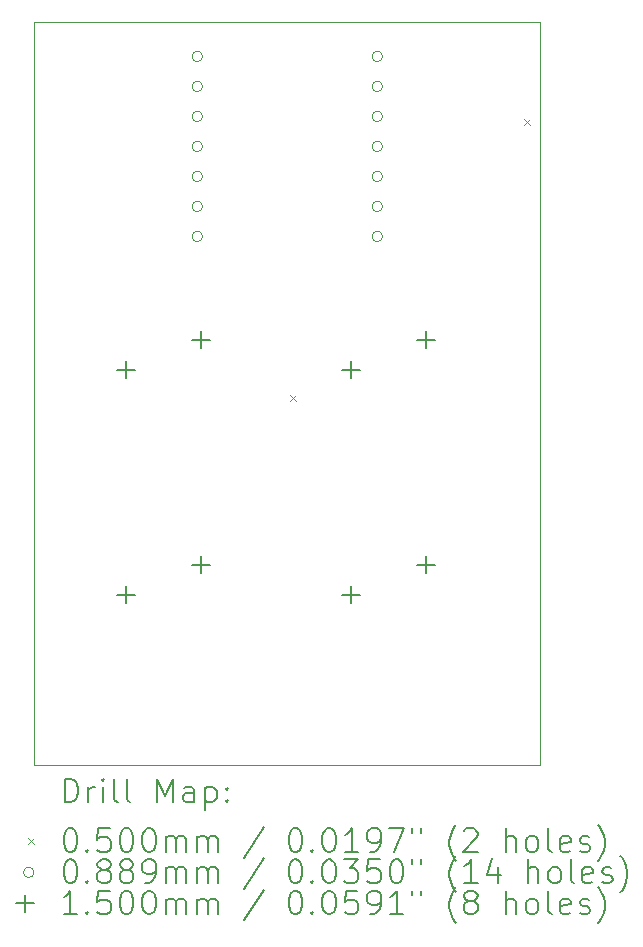
<source format=gbr>
%TF.GenerationSoftware,KiCad,Pcbnew,8.0.7*%
%TF.CreationDate,2025-05-21T00:02:21-04:00*%
%TF.ProjectId,macropad,6d616372-6f70-4616-942e-6b696361645f,rev?*%
%TF.SameCoordinates,Original*%
%TF.FileFunction,Drillmap*%
%TF.FilePolarity,Positive*%
%FSLAX45Y45*%
G04 Gerber Fmt 4.5, Leading zero omitted, Abs format (unit mm)*
G04 Created by KiCad (PCBNEW 8.0.7) date 2025-05-21 00:02:21*
%MOMM*%
%LPD*%
G01*
G04 APERTURE LIST*
%ADD10C,0.050000*%
%ADD11C,0.200000*%
%ADD12C,0.100000*%
%ADD13C,0.150000*%
G04 APERTURE END LIST*
D10*
X17797125Y-9619250D02*
X22083375Y-9619250D01*
X22083375Y-15908625D01*
X17797125Y-15908625D01*
X17797125Y-9619250D01*
D11*
D12*
X19965000Y-12775000D02*
X20015000Y-12825000D01*
X20015000Y-12775000D02*
X19965000Y-12825000D01*
X21945000Y-10435000D02*
X21995000Y-10485000D01*
X21995000Y-10435000D02*
X21945000Y-10485000D01*
X19222700Y-9907875D02*
G75*
G02*
X19133800Y-9907875I-44450J0D01*
G01*
X19133800Y-9907875D02*
G75*
G02*
X19222700Y-9907875I44450J0D01*
G01*
X19222700Y-10161875D02*
G75*
G02*
X19133800Y-10161875I-44450J0D01*
G01*
X19133800Y-10161875D02*
G75*
G02*
X19222700Y-10161875I44450J0D01*
G01*
X19222700Y-10415875D02*
G75*
G02*
X19133800Y-10415875I-44450J0D01*
G01*
X19133800Y-10415875D02*
G75*
G02*
X19222700Y-10415875I44450J0D01*
G01*
X19222700Y-10669875D02*
G75*
G02*
X19133800Y-10669875I-44450J0D01*
G01*
X19133800Y-10669875D02*
G75*
G02*
X19222700Y-10669875I44450J0D01*
G01*
X19222700Y-10923875D02*
G75*
G02*
X19133800Y-10923875I-44450J0D01*
G01*
X19133800Y-10923875D02*
G75*
G02*
X19222700Y-10923875I44450J0D01*
G01*
X19222700Y-11177875D02*
G75*
G02*
X19133800Y-11177875I-44450J0D01*
G01*
X19133800Y-11177875D02*
G75*
G02*
X19222700Y-11177875I44450J0D01*
G01*
X19222700Y-11431875D02*
G75*
G02*
X19133800Y-11431875I-44450J0D01*
G01*
X19133800Y-11431875D02*
G75*
G02*
X19222700Y-11431875I44450J0D01*
G01*
X20746700Y-9907875D02*
G75*
G02*
X20657800Y-9907875I-44450J0D01*
G01*
X20657800Y-9907875D02*
G75*
G02*
X20746700Y-9907875I44450J0D01*
G01*
X20746700Y-10161875D02*
G75*
G02*
X20657800Y-10161875I-44450J0D01*
G01*
X20657800Y-10161875D02*
G75*
G02*
X20746700Y-10161875I44450J0D01*
G01*
X20746700Y-10415875D02*
G75*
G02*
X20657800Y-10415875I-44450J0D01*
G01*
X20657800Y-10415875D02*
G75*
G02*
X20746700Y-10415875I44450J0D01*
G01*
X20746700Y-10669875D02*
G75*
G02*
X20657800Y-10669875I-44450J0D01*
G01*
X20657800Y-10669875D02*
G75*
G02*
X20746700Y-10669875I44450J0D01*
G01*
X20746700Y-10923875D02*
G75*
G02*
X20657800Y-10923875I-44450J0D01*
G01*
X20657800Y-10923875D02*
G75*
G02*
X20746700Y-10923875I44450J0D01*
G01*
X20746700Y-11177875D02*
G75*
G02*
X20657800Y-11177875I-44450J0D01*
G01*
X20657800Y-11177875D02*
G75*
G02*
X20746700Y-11177875I44450J0D01*
G01*
X20746700Y-11431875D02*
G75*
G02*
X20657800Y-11431875I-44450J0D01*
G01*
X20657800Y-11431875D02*
G75*
G02*
X20746700Y-11431875I44450J0D01*
G01*
D13*
X18575000Y-12484000D02*
X18575000Y-12634000D01*
X18500000Y-12559000D02*
X18650000Y-12559000D01*
X18575000Y-14389000D02*
X18575000Y-14539000D01*
X18500000Y-14464000D02*
X18650000Y-14464000D01*
X19210000Y-12230000D02*
X19210000Y-12380000D01*
X19135000Y-12305000D02*
X19285000Y-12305000D01*
X19210000Y-14135000D02*
X19210000Y-14285000D01*
X19135000Y-14210000D02*
X19285000Y-14210000D01*
X20480000Y-12484000D02*
X20480000Y-12634000D01*
X20405000Y-12559000D02*
X20555000Y-12559000D01*
X20480000Y-14389000D02*
X20480000Y-14539000D01*
X20405000Y-14464000D02*
X20555000Y-14464000D01*
X21115000Y-12230000D02*
X21115000Y-12380000D01*
X21040000Y-12305000D02*
X21190000Y-12305000D01*
X21115000Y-14135000D02*
X21115000Y-14285000D01*
X21040000Y-14210000D02*
X21190000Y-14210000D01*
D11*
X18055402Y-16222609D02*
X18055402Y-16022609D01*
X18055402Y-16022609D02*
X18103021Y-16022609D01*
X18103021Y-16022609D02*
X18131592Y-16032133D01*
X18131592Y-16032133D02*
X18150640Y-16051180D01*
X18150640Y-16051180D02*
X18160164Y-16070228D01*
X18160164Y-16070228D02*
X18169688Y-16108323D01*
X18169688Y-16108323D02*
X18169688Y-16136894D01*
X18169688Y-16136894D02*
X18160164Y-16174990D01*
X18160164Y-16174990D02*
X18150640Y-16194037D01*
X18150640Y-16194037D02*
X18131592Y-16213085D01*
X18131592Y-16213085D02*
X18103021Y-16222609D01*
X18103021Y-16222609D02*
X18055402Y-16222609D01*
X18255402Y-16222609D02*
X18255402Y-16089275D01*
X18255402Y-16127371D02*
X18264926Y-16108323D01*
X18264926Y-16108323D02*
X18274449Y-16098799D01*
X18274449Y-16098799D02*
X18293497Y-16089275D01*
X18293497Y-16089275D02*
X18312545Y-16089275D01*
X18379211Y-16222609D02*
X18379211Y-16089275D01*
X18379211Y-16022609D02*
X18369688Y-16032133D01*
X18369688Y-16032133D02*
X18379211Y-16041656D01*
X18379211Y-16041656D02*
X18388735Y-16032133D01*
X18388735Y-16032133D02*
X18379211Y-16022609D01*
X18379211Y-16022609D02*
X18379211Y-16041656D01*
X18503021Y-16222609D02*
X18483973Y-16213085D01*
X18483973Y-16213085D02*
X18474449Y-16194037D01*
X18474449Y-16194037D02*
X18474449Y-16022609D01*
X18607783Y-16222609D02*
X18588735Y-16213085D01*
X18588735Y-16213085D02*
X18579211Y-16194037D01*
X18579211Y-16194037D02*
X18579211Y-16022609D01*
X18836354Y-16222609D02*
X18836354Y-16022609D01*
X18836354Y-16022609D02*
X18903021Y-16165466D01*
X18903021Y-16165466D02*
X18969688Y-16022609D01*
X18969688Y-16022609D02*
X18969688Y-16222609D01*
X19150640Y-16222609D02*
X19150640Y-16117847D01*
X19150640Y-16117847D02*
X19141116Y-16098799D01*
X19141116Y-16098799D02*
X19122069Y-16089275D01*
X19122069Y-16089275D02*
X19083973Y-16089275D01*
X19083973Y-16089275D02*
X19064926Y-16098799D01*
X19150640Y-16213085D02*
X19131592Y-16222609D01*
X19131592Y-16222609D02*
X19083973Y-16222609D01*
X19083973Y-16222609D02*
X19064926Y-16213085D01*
X19064926Y-16213085D02*
X19055402Y-16194037D01*
X19055402Y-16194037D02*
X19055402Y-16174990D01*
X19055402Y-16174990D02*
X19064926Y-16155942D01*
X19064926Y-16155942D02*
X19083973Y-16146418D01*
X19083973Y-16146418D02*
X19131592Y-16146418D01*
X19131592Y-16146418D02*
X19150640Y-16136894D01*
X19245878Y-16089275D02*
X19245878Y-16289275D01*
X19245878Y-16098799D02*
X19264926Y-16089275D01*
X19264926Y-16089275D02*
X19303021Y-16089275D01*
X19303021Y-16089275D02*
X19322069Y-16098799D01*
X19322069Y-16098799D02*
X19331592Y-16108323D01*
X19331592Y-16108323D02*
X19341116Y-16127371D01*
X19341116Y-16127371D02*
X19341116Y-16184513D01*
X19341116Y-16184513D02*
X19331592Y-16203561D01*
X19331592Y-16203561D02*
X19322069Y-16213085D01*
X19322069Y-16213085D02*
X19303021Y-16222609D01*
X19303021Y-16222609D02*
X19264926Y-16222609D01*
X19264926Y-16222609D02*
X19245878Y-16213085D01*
X19426830Y-16203561D02*
X19436354Y-16213085D01*
X19436354Y-16213085D02*
X19426830Y-16222609D01*
X19426830Y-16222609D02*
X19417307Y-16213085D01*
X19417307Y-16213085D02*
X19426830Y-16203561D01*
X19426830Y-16203561D02*
X19426830Y-16222609D01*
X19426830Y-16098799D02*
X19436354Y-16108323D01*
X19436354Y-16108323D02*
X19426830Y-16117847D01*
X19426830Y-16117847D02*
X19417307Y-16108323D01*
X19417307Y-16108323D02*
X19426830Y-16098799D01*
X19426830Y-16098799D02*
X19426830Y-16117847D01*
D12*
X17744625Y-16526125D02*
X17794625Y-16576125D01*
X17794625Y-16526125D02*
X17744625Y-16576125D01*
D11*
X18093497Y-16442609D02*
X18112545Y-16442609D01*
X18112545Y-16442609D02*
X18131592Y-16452133D01*
X18131592Y-16452133D02*
X18141116Y-16461656D01*
X18141116Y-16461656D02*
X18150640Y-16480704D01*
X18150640Y-16480704D02*
X18160164Y-16518799D01*
X18160164Y-16518799D02*
X18160164Y-16566418D01*
X18160164Y-16566418D02*
X18150640Y-16604513D01*
X18150640Y-16604513D02*
X18141116Y-16623561D01*
X18141116Y-16623561D02*
X18131592Y-16633085D01*
X18131592Y-16633085D02*
X18112545Y-16642609D01*
X18112545Y-16642609D02*
X18093497Y-16642609D01*
X18093497Y-16642609D02*
X18074449Y-16633085D01*
X18074449Y-16633085D02*
X18064926Y-16623561D01*
X18064926Y-16623561D02*
X18055402Y-16604513D01*
X18055402Y-16604513D02*
X18045878Y-16566418D01*
X18045878Y-16566418D02*
X18045878Y-16518799D01*
X18045878Y-16518799D02*
X18055402Y-16480704D01*
X18055402Y-16480704D02*
X18064926Y-16461656D01*
X18064926Y-16461656D02*
X18074449Y-16452133D01*
X18074449Y-16452133D02*
X18093497Y-16442609D01*
X18245878Y-16623561D02*
X18255402Y-16633085D01*
X18255402Y-16633085D02*
X18245878Y-16642609D01*
X18245878Y-16642609D02*
X18236354Y-16633085D01*
X18236354Y-16633085D02*
X18245878Y-16623561D01*
X18245878Y-16623561D02*
X18245878Y-16642609D01*
X18436354Y-16442609D02*
X18341116Y-16442609D01*
X18341116Y-16442609D02*
X18331592Y-16537847D01*
X18331592Y-16537847D02*
X18341116Y-16528323D01*
X18341116Y-16528323D02*
X18360164Y-16518799D01*
X18360164Y-16518799D02*
X18407783Y-16518799D01*
X18407783Y-16518799D02*
X18426830Y-16528323D01*
X18426830Y-16528323D02*
X18436354Y-16537847D01*
X18436354Y-16537847D02*
X18445878Y-16556894D01*
X18445878Y-16556894D02*
X18445878Y-16604513D01*
X18445878Y-16604513D02*
X18436354Y-16623561D01*
X18436354Y-16623561D02*
X18426830Y-16633085D01*
X18426830Y-16633085D02*
X18407783Y-16642609D01*
X18407783Y-16642609D02*
X18360164Y-16642609D01*
X18360164Y-16642609D02*
X18341116Y-16633085D01*
X18341116Y-16633085D02*
X18331592Y-16623561D01*
X18569688Y-16442609D02*
X18588735Y-16442609D01*
X18588735Y-16442609D02*
X18607783Y-16452133D01*
X18607783Y-16452133D02*
X18617307Y-16461656D01*
X18617307Y-16461656D02*
X18626830Y-16480704D01*
X18626830Y-16480704D02*
X18636354Y-16518799D01*
X18636354Y-16518799D02*
X18636354Y-16566418D01*
X18636354Y-16566418D02*
X18626830Y-16604513D01*
X18626830Y-16604513D02*
X18617307Y-16623561D01*
X18617307Y-16623561D02*
X18607783Y-16633085D01*
X18607783Y-16633085D02*
X18588735Y-16642609D01*
X18588735Y-16642609D02*
X18569688Y-16642609D01*
X18569688Y-16642609D02*
X18550640Y-16633085D01*
X18550640Y-16633085D02*
X18541116Y-16623561D01*
X18541116Y-16623561D02*
X18531592Y-16604513D01*
X18531592Y-16604513D02*
X18522069Y-16566418D01*
X18522069Y-16566418D02*
X18522069Y-16518799D01*
X18522069Y-16518799D02*
X18531592Y-16480704D01*
X18531592Y-16480704D02*
X18541116Y-16461656D01*
X18541116Y-16461656D02*
X18550640Y-16452133D01*
X18550640Y-16452133D02*
X18569688Y-16442609D01*
X18760164Y-16442609D02*
X18779211Y-16442609D01*
X18779211Y-16442609D02*
X18798259Y-16452133D01*
X18798259Y-16452133D02*
X18807783Y-16461656D01*
X18807783Y-16461656D02*
X18817307Y-16480704D01*
X18817307Y-16480704D02*
X18826830Y-16518799D01*
X18826830Y-16518799D02*
X18826830Y-16566418D01*
X18826830Y-16566418D02*
X18817307Y-16604513D01*
X18817307Y-16604513D02*
X18807783Y-16623561D01*
X18807783Y-16623561D02*
X18798259Y-16633085D01*
X18798259Y-16633085D02*
X18779211Y-16642609D01*
X18779211Y-16642609D02*
X18760164Y-16642609D01*
X18760164Y-16642609D02*
X18741116Y-16633085D01*
X18741116Y-16633085D02*
X18731592Y-16623561D01*
X18731592Y-16623561D02*
X18722069Y-16604513D01*
X18722069Y-16604513D02*
X18712545Y-16566418D01*
X18712545Y-16566418D02*
X18712545Y-16518799D01*
X18712545Y-16518799D02*
X18722069Y-16480704D01*
X18722069Y-16480704D02*
X18731592Y-16461656D01*
X18731592Y-16461656D02*
X18741116Y-16452133D01*
X18741116Y-16452133D02*
X18760164Y-16442609D01*
X18912545Y-16642609D02*
X18912545Y-16509275D01*
X18912545Y-16528323D02*
X18922069Y-16518799D01*
X18922069Y-16518799D02*
X18941116Y-16509275D01*
X18941116Y-16509275D02*
X18969688Y-16509275D01*
X18969688Y-16509275D02*
X18988735Y-16518799D01*
X18988735Y-16518799D02*
X18998259Y-16537847D01*
X18998259Y-16537847D02*
X18998259Y-16642609D01*
X18998259Y-16537847D02*
X19007783Y-16518799D01*
X19007783Y-16518799D02*
X19026830Y-16509275D01*
X19026830Y-16509275D02*
X19055402Y-16509275D01*
X19055402Y-16509275D02*
X19074450Y-16518799D01*
X19074450Y-16518799D02*
X19083973Y-16537847D01*
X19083973Y-16537847D02*
X19083973Y-16642609D01*
X19179211Y-16642609D02*
X19179211Y-16509275D01*
X19179211Y-16528323D02*
X19188735Y-16518799D01*
X19188735Y-16518799D02*
X19207783Y-16509275D01*
X19207783Y-16509275D02*
X19236354Y-16509275D01*
X19236354Y-16509275D02*
X19255402Y-16518799D01*
X19255402Y-16518799D02*
X19264926Y-16537847D01*
X19264926Y-16537847D02*
X19264926Y-16642609D01*
X19264926Y-16537847D02*
X19274450Y-16518799D01*
X19274450Y-16518799D02*
X19293497Y-16509275D01*
X19293497Y-16509275D02*
X19322069Y-16509275D01*
X19322069Y-16509275D02*
X19341116Y-16518799D01*
X19341116Y-16518799D02*
X19350640Y-16537847D01*
X19350640Y-16537847D02*
X19350640Y-16642609D01*
X19741116Y-16433085D02*
X19569688Y-16690228D01*
X19998259Y-16442609D02*
X20017307Y-16442609D01*
X20017307Y-16442609D02*
X20036354Y-16452133D01*
X20036354Y-16452133D02*
X20045878Y-16461656D01*
X20045878Y-16461656D02*
X20055402Y-16480704D01*
X20055402Y-16480704D02*
X20064926Y-16518799D01*
X20064926Y-16518799D02*
X20064926Y-16566418D01*
X20064926Y-16566418D02*
X20055402Y-16604513D01*
X20055402Y-16604513D02*
X20045878Y-16623561D01*
X20045878Y-16623561D02*
X20036354Y-16633085D01*
X20036354Y-16633085D02*
X20017307Y-16642609D01*
X20017307Y-16642609D02*
X19998259Y-16642609D01*
X19998259Y-16642609D02*
X19979212Y-16633085D01*
X19979212Y-16633085D02*
X19969688Y-16623561D01*
X19969688Y-16623561D02*
X19960164Y-16604513D01*
X19960164Y-16604513D02*
X19950640Y-16566418D01*
X19950640Y-16566418D02*
X19950640Y-16518799D01*
X19950640Y-16518799D02*
X19960164Y-16480704D01*
X19960164Y-16480704D02*
X19969688Y-16461656D01*
X19969688Y-16461656D02*
X19979212Y-16452133D01*
X19979212Y-16452133D02*
X19998259Y-16442609D01*
X20150640Y-16623561D02*
X20160164Y-16633085D01*
X20160164Y-16633085D02*
X20150640Y-16642609D01*
X20150640Y-16642609D02*
X20141116Y-16633085D01*
X20141116Y-16633085D02*
X20150640Y-16623561D01*
X20150640Y-16623561D02*
X20150640Y-16642609D01*
X20283973Y-16442609D02*
X20303021Y-16442609D01*
X20303021Y-16442609D02*
X20322069Y-16452133D01*
X20322069Y-16452133D02*
X20331593Y-16461656D01*
X20331593Y-16461656D02*
X20341116Y-16480704D01*
X20341116Y-16480704D02*
X20350640Y-16518799D01*
X20350640Y-16518799D02*
X20350640Y-16566418D01*
X20350640Y-16566418D02*
X20341116Y-16604513D01*
X20341116Y-16604513D02*
X20331593Y-16623561D01*
X20331593Y-16623561D02*
X20322069Y-16633085D01*
X20322069Y-16633085D02*
X20303021Y-16642609D01*
X20303021Y-16642609D02*
X20283973Y-16642609D01*
X20283973Y-16642609D02*
X20264926Y-16633085D01*
X20264926Y-16633085D02*
X20255402Y-16623561D01*
X20255402Y-16623561D02*
X20245878Y-16604513D01*
X20245878Y-16604513D02*
X20236354Y-16566418D01*
X20236354Y-16566418D02*
X20236354Y-16518799D01*
X20236354Y-16518799D02*
X20245878Y-16480704D01*
X20245878Y-16480704D02*
X20255402Y-16461656D01*
X20255402Y-16461656D02*
X20264926Y-16452133D01*
X20264926Y-16452133D02*
X20283973Y-16442609D01*
X20541116Y-16642609D02*
X20426831Y-16642609D01*
X20483973Y-16642609D02*
X20483973Y-16442609D01*
X20483973Y-16442609D02*
X20464926Y-16471180D01*
X20464926Y-16471180D02*
X20445878Y-16490228D01*
X20445878Y-16490228D02*
X20426831Y-16499752D01*
X20636354Y-16642609D02*
X20674450Y-16642609D01*
X20674450Y-16642609D02*
X20693497Y-16633085D01*
X20693497Y-16633085D02*
X20703021Y-16623561D01*
X20703021Y-16623561D02*
X20722069Y-16594990D01*
X20722069Y-16594990D02*
X20731593Y-16556894D01*
X20731593Y-16556894D02*
X20731593Y-16480704D01*
X20731593Y-16480704D02*
X20722069Y-16461656D01*
X20722069Y-16461656D02*
X20712545Y-16452133D01*
X20712545Y-16452133D02*
X20693497Y-16442609D01*
X20693497Y-16442609D02*
X20655402Y-16442609D01*
X20655402Y-16442609D02*
X20636354Y-16452133D01*
X20636354Y-16452133D02*
X20626831Y-16461656D01*
X20626831Y-16461656D02*
X20617307Y-16480704D01*
X20617307Y-16480704D02*
X20617307Y-16528323D01*
X20617307Y-16528323D02*
X20626831Y-16547371D01*
X20626831Y-16547371D02*
X20636354Y-16556894D01*
X20636354Y-16556894D02*
X20655402Y-16566418D01*
X20655402Y-16566418D02*
X20693497Y-16566418D01*
X20693497Y-16566418D02*
X20712545Y-16556894D01*
X20712545Y-16556894D02*
X20722069Y-16547371D01*
X20722069Y-16547371D02*
X20731593Y-16528323D01*
X20798259Y-16442609D02*
X20931593Y-16442609D01*
X20931593Y-16442609D02*
X20845878Y-16642609D01*
X20998259Y-16442609D02*
X20998259Y-16480704D01*
X21074450Y-16442609D02*
X21074450Y-16480704D01*
X21369688Y-16718799D02*
X21360164Y-16709275D01*
X21360164Y-16709275D02*
X21341116Y-16680704D01*
X21341116Y-16680704D02*
X21331593Y-16661656D01*
X21331593Y-16661656D02*
X21322069Y-16633085D01*
X21322069Y-16633085D02*
X21312545Y-16585466D01*
X21312545Y-16585466D02*
X21312545Y-16547371D01*
X21312545Y-16547371D02*
X21322069Y-16499752D01*
X21322069Y-16499752D02*
X21331593Y-16471180D01*
X21331593Y-16471180D02*
X21341116Y-16452133D01*
X21341116Y-16452133D02*
X21360164Y-16423561D01*
X21360164Y-16423561D02*
X21369688Y-16414037D01*
X21436355Y-16461656D02*
X21445878Y-16452133D01*
X21445878Y-16452133D02*
X21464926Y-16442609D01*
X21464926Y-16442609D02*
X21512545Y-16442609D01*
X21512545Y-16442609D02*
X21531593Y-16452133D01*
X21531593Y-16452133D02*
X21541116Y-16461656D01*
X21541116Y-16461656D02*
X21550640Y-16480704D01*
X21550640Y-16480704D02*
X21550640Y-16499752D01*
X21550640Y-16499752D02*
X21541116Y-16528323D01*
X21541116Y-16528323D02*
X21426831Y-16642609D01*
X21426831Y-16642609D02*
X21550640Y-16642609D01*
X21788736Y-16642609D02*
X21788736Y-16442609D01*
X21874450Y-16642609D02*
X21874450Y-16537847D01*
X21874450Y-16537847D02*
X21864926Y-16518799D01*
X21864926Y-16518799D02*
X21845878Y-16509275D01*
X21845878Y-16509275D02*
X21817307Y-16509275D01*
X21817307Y-16509275D02*
X21798259Y-16518799D01*
X21798259Y-16518799D02*
X21788736Y-16528323D01*
X21998259Y-16642609D02*
X21979212Y-16633085D01*
X21979212Y-16633085D02*
X21969688Y-16623561D01*
X21969688Y-16623561D02*
X21960164Y-16604513D01*
X21960164Y-16604513D02*
X21960164Y-16547371D01*
X21960164Y-16547371D02*
X21969688Y-16528323D01*
X21969688Y-16528323D02*
X21979212Y-16518799D01*
X21979212Y-16518799D02*
X21998259Y-16509275D01*
X21998259Y-16509275D02*
X22026831Y-16509275D01*
X22026831Y-16509275D02*
X22045878Y-16518799D01*
X22045878Y-16518799D02*
X22055402Y-16528323D01*
X22055402Y-16528323D02*
X22064926Y-16547371D01*
X22064926Y-16547371D02*
X22064926Y-16604513D01*
X22064926Y-16604513D02*
X22055402Y-16623561D01*
X22055402Y-16623561D02*
X22045878Y-16633085D01*
X22045878Y-16633085D02*
X22026831Y-16642609D01*
X22026831Y-16642609D02*
X21998259Y-16642609D01*
X22179212Y-16642609D02*
X22160164Y-16633085D01*
X22160164Y-16633085D02*
X22150640Y-16614037D01*
X22150640Y-16614037D02*
X22150640Y-16442609D01*
X22331593Y-16633085D02*
X22312545Y-16642609D01*
X22312545Y-16642609D02*
X22274450Y-16642609D01*
X22274450Y-16642609D02*
X22255402Y-16633085D01*
X22255402Y-16633085D02*
X22245878Y-16614037D01*
X22245878Y-16614037D02*
X22245878Y-16537847D01*
X22245878Y-16537847D02*
X22255402Y-16518799D01*
X22255402Y-16518799D02*
X22274450Y-16509275D01*
X22274450Y-16509275D02*
X22312545Y-16509275D01*
X22312545Y-16509275D02*
X22331593Y-16518799D01*
X22331593Y-16518799D02*
X22341117Y-16537847D01*
X22341117Y-16537847D02*
X22341117Y-16556894D01*
X22341117Y-16556894D02*
X22245878Y-16575942D01*
X22417307Y-16633085D02*
X22436355Y-16642609D01*
X22436355Y-16642609D02*
X22474450Y-16642609D01*
X22474450Y-16642609D02*
X22493497Y-16633085D01*
X22493497Y-16633085D02*
X22503021Y-16614037D01*
X22503021Y-16614037D02*
X22503021Y-16604513D01*
X22503021Y-16604513D02*
X22493497Y-16585466D01*
X22493497Y-16585466D02*
X22474450Y-16575942D01*
X22474450Y-16575942D02*
X22445878Y-16575942D01*
X22445878Y-16575942D02*
X22426831Y-16566418D01*
X22426831Y-16566418D02*
X22417307Y-16547371D01*
X22417307Y-16547371D02*
X22417307Y-16537847D01*
X22417307Y-16537847D02*
X22426831Y-16518799D01*
X22426831Y-16518799D02*
X22445878Y-16509275D01*
X22445878Y-16509275D02*
X22474450Y-16509275D01*
X22474450Y-16509275D02*
X22493497Y-16518799D01*
X22569688Y-16718799D02*
X22579212Y-16709275D01*
X22579212Y-16709275D02*
X22598259Y-16680704D01*
X22598259Y-16680704D02*
X22607783Y-16661656D01*
X22607783Y-16661656D02*
X22617307Y-16633085D01*
X22617307Y-16633085D02*
X22626831Y-16585466D01*
X22626831Y-16585466D02*
X22626831Y-16547371D01*
X22626831Y-16547371D02*
X22617307Y-16499752D01*
X22617307Y-16499752D02*
X22607783Y-16471180D01*
X22607783Y-16471180D02*
X22598259Y-16452133D01*
X22598259Y-16452133D02*
X22579212Y-16423561D01*
X22579212Y-16423561D02*
X22569688Y-16414037D01*
D12*
X17794625Y-16815125D02*
G75*
G02*
X17705725Y-16815125I-44450J0D01*
G01*
X17705725Y-16815125D02*
G75*
G02*
X17794625Y-16815125I44450J0D01*
G01*
D11*
X18093497Y-16706609D02*
X18112545Y-16706609D01*
X18112545Y-16706609D02*
X18131592Y-16716133D01*
X18131592Y-16716133D02*
X18141116Y-16725656D01*
X18141116Y-16725656D02*
X18150640Y-16744704D01*
X18150640Y-16744704D02*
X18160164Y-16782799D01*
X18160164Y-16782799D02*
X18160164Y-16830418D01*
X18160164Y-16830418D02*
X18150640Y-16868514D01*
X18150640Y-16868514D02*
X18141116Y-16887561D01*
X18141116Y-16887561D02*
X18131592Y-16897085D01*
X18131592Y-16897085D02*
X18112545Y-16906609D01*
X18112545Y-16906609D02*
X18093497Y-16906609D01*
X18093497Y-16906609D02*
X18074449Y-16897085D01*
X18074449Y-16897085D02*
X18064926Y-16887561D01*
X18064926Y-16887561D02*
X18055402Y-16868514D01*
X18055402Y-16868514D02*
X18045878Y-16830418D01*
X18045878Y-16830418D02*
X18045878Y-16782799D01*
X18045878Y-16782799D02*
X18055402Y-16744704D01*
X18055402Y-16744704D02*
X18064926Y-16725656D01*
X18064926Y-16725656D02*
X18074449Y-16716133D01*
X18074449Y-16716133D02*
X18093497Y-16706609D01*
X18245878Y-16887561D02*
X18255402Y-16897085D01*
X18255402Y-16897085D02*
X18245878Y-16906609D01*
X18245878Y-16906609D02*
X18236354Y-16897085D01*
X18236354Y-16897085D02*
X18245878Y-16887561D01*
X18245878Y-16887561D02*
X18245878Y-16906609D01*
X18369688Y-16792323D02*
X18350640Y-16782799D01*
X18350640Y-16782799D02*
X18341116Y-16773275D01*
X18341116Y-16773275D02*
X18331592Y-16754228D01*
X18331592Y-16754228D02*
X18331592Y-16744704D01*
X18331592Y-16744704D02*
X18341116Y-16725656D01*
X18341116Y-16725656D02*
X18350640Y-16716133D01*
X18350640Y-16716133D02*
X18369688Y-16706609D01*
X18369688Y-16706609D02*
X18407783Y-16706609D01*
X18407783Y-16706609D02*
X18426830Y-16716133D01*
X18426830Y-16716133D02*
X18436354Y-16725656D01*
X18436354Y-16725656D02*
X18445878Y-16744704D01*
X18445878Y-16744704D02*
X18445878Y-16754228D01*
X18445878Y-16754228D02*
X18436354Y-16773275D01*
X18436354Y-16773275D02*
X18426830Y-16782799D01*
X18426830Y-16782799D02*
X18407783Y-16792323D01*
X18407783Y-16792323D02*
X18369688Y-16792323D01*
X18369688Y-16792323D02*
X18350640Y-16801847D01*
X18350640Y-16801847D02*
X18341116Y-16811371D01*
X18341116Y-16811371D02*
X18331592Y-16830418D01*
X18331592Y-16830418D02*
X18331592Y-16868514D01*
X18331592Y-16868514D02*
X18341116Y-16887561D01*
X18341116Y-16887561D02*
X18350640Y-16897085D01*
X18350640Y-16897085D02*
X18369688Y-16906609D01*
X18369688Y-16906609D02*
X18407783Y-16906609D01*
X18407783Y-16906609D02*
X18426830Y-16897085D01*
X18426830Y-16897085D02*
X18436354Y-16887561D01*
X18436354Y-16887561D02*
X18445878Y-16868514D01*
X18445878Y-16868514D02*
X18445878Y-16830418D01*
X18445878Y-16830418D02*
X18436354Y-16811371D01*
X18436354Y-16811371D02*
X18426830Y-16801847D01*
X18426830Y-16801847D02*
X18407783Y-16792323D01*
X18560164Y-16792323D02*
X18541116Y-16782799D01*
X18541116Y-16782799D02*
X18531592Y-16773275D01*
X18531592Y-16773275D02*
X18522069Y-16754228D01*
X18522069Y-16754228D02*
X18522069Y-16744704D01*
X18522069Y-16744704D02*
X18531592Y-16725656D01*
X18531592Y-16725656D02*
X18541116Y-16716133D01*
X18541116Y-16716133D02*
X18560164Y-16706609D01*
X18560164Y-16706609D02*
X18598259Y-16706609D01*
X18598259Y-16706609D02*
X18617307Y-16716133D01*
X18617307Y-16716133D02*
X18626830Y-16725656D01*
X18626830Y-16725656D02*
X18636354Y-16744704D01*
X18636354Y-16744704D02*
X18636354Y-16754228D01*
X18636354Y-16754228D02*
X18626830Y-16773275D01*
X18626830Y-16773275D02*
X18617307Y-16782799D01*
X18617307Y-16782799D02*
X18598259Y-16792323D01*
X18598259Y-16792323D02*
X18560164Y-16792323D01*
X18560164Y-16792323D02*
X18541116Y-16801847D01*
X18541116Y-16801847D02*
X18531592Y-16811371D01*
X18531592Y-16811371D02*
X18522069Y-16830418D01*
X18522069Y-16830418D02*
X18522069Y-16868514D01*
X18522069Y-16868514D02*
X18531592Y-16887561D01*
X18531592Y-16887561D02*
X18541116Y-16897085D01*
X18541116Y-16897085D02*
X18560164Y-16906609D01*
X18560164Y-16906609D02*
X18598259Y-16906609D01*
X18598259Y-16906609D02*
X18617307Y-16897085D01*
X18617307Y-16897085D02*
X18626830Y-16887561D01*
X18626830Y-16887561D02*
X18636354Y-16868514D01*
X18636354Y-16868514D02*
X18636354Y-16830418D01*
X18636354Y-16830418D02*
X18626830Y-16811371D01*
X18626830Y-16811371D02*
X18617307Y-16801847D01*
X18617307Y-16801847D02*
X18598259Y-16792323D01*
X18731592Y-16906609D02*
X18769688Y-16906609D01*
X18769688Y-16906609D02*
X18788735Y-16897085D01*
X18788735Y-16897085D02*
X18798259Y-16887561D01*
X18798259Y-16887561D02*
X18817307Y-16858990D01*
X18817307Y-16858990D02*
X18826830Y-16820895D01*
X18826830Y-16820895D02*
X18826830Y-16744704D01*
X18826830Y-16744704D02*
X18817307Y-16725656D01*
X18817307Y-16725656D02*
X18807783Y-16716133D01*
X18807783Y-16716133D02*
X18788735Y-16706609D01*
X18788735Y-16706609D02*
X18750640Y-16706609D01*
X18750640Y-16706609D02*
X18731592Y-16716133D01*
X18731592Y-16716133D02*
X18722069Y-16725656D01*
X18722069Y-16725656D02*
X18712545Y-16744704D01*
X18712545Y-16744704D02*
X18712545Y-16792323D01*
X18712545Y-16792323D02*
X18722069Y-16811371D01*
X18722069Y-16811371D02*
X18731592Y-16820895D01*
X18731592Y-16820895D02*
X18750640Y-16830418D01*
X18750640Y-16830418D02*
X18788735Y-16830418D01*
X18788735Y-16830418D02*
X18807783Y-16820895D01*
X18807783Y-16820895D02*
X18817307Y-16811371D01*
X18817307Y-16811371D02*
X18826830Y-16792323D01*
X18912545Y-16906609D02*
X18912545Y-16773275D01*
X18912545Y-16792323D02*
X18922069Y-16782799D01*
X18922069Y-16782799D02*
X18941116Y-16773275D01*
X18941116Y-16773275D02*
X18969688Y-16773275D01*
X18969688Y-16773275D02*
X18988735Y-16782799D01*
X18988735Y-16782799D02*
X18998259Y-16801847D01*
X18998259Y-16801847D02*
X18998259Y-16906609D01*
X18998259Y-16801847D02*
X19007783Y-16782799D01*
X19007783Y-16782799D02*
X19026830Y-16773275D01*
X19026830Y-16773275D02*
X19055402Y-16773275D01*
X19055402Y-16773275D02*
X19074450Y-16782799D01*
X19074450Y-16782799D02*
X19083973Y-16801847D01*
X19083973Y-16801847D02*
X19083973Y-16906609D01*
X19179211Y-16906609D02*
X19179211Y-16773275D01*
X19179211Y-16792323D02*
X19188735Y-16782799D01*
X19188735Y-16782799D02*
X19207783Y-16773275D01*
X19207783Y-16773275D02*
X19236354Y-16773275D01*
X19236354Y-16773275D02*
X19255402Y-16782799D01*
X19255402Y-16782799D02*
X19264926Y-16801847D01*
X19264926Y-16801847D02*
X19264926Y-16906609D01*
X19264926Y-16801847D02*
X19274450Y-16782799D01*
X19274450Y-16782799D02*
X19293497Y-16773275D01*
X19293497Y-16773275D02*
X19322069Y-16773275D01*
X19322069Y-16773275D02*
X19341116Y-16782799D01*
X19341116Y-16782799D02*
X19350640Y-16801847D01*
X19350640Y-16801847D02*
X19350640Y-16906609D01*
X19741116Y-16697085D02*
X19569688Y-16954228D01*
X19998259Y-16706609D02*
X20017307Y-16706609D01*
X20017307Y-16706609D02*
X20036354Y-16716133D01*
X20036354Y-16716133D02*
X20045878Y-16725656D01*
X20045878Y-16725656D02*
X20055402Y-16744704D01*
X20055402Y-16744704D02*
X20064926Y-16782799D01*
X20064926Y-16782799D02*
X20064926Y-16830418D01*
X20064926Y-16830418D02*
X20055402Y-16868514D01*
X20055402Y-16868514D02*
X20045878Y-16887561D01*
X20045878Y-16887561D02*
X20036354Y-16897085D01*
X20036354Y-16897085D02*
X20017307Y-16906609D01*
X20017307Y-16906609D02*
X19998259Y-16906609D01*
X19998259Y-16906609D02*
X19979212Y-16897085D01*
X19979212Y-16897085D02*
X19969688Y-16887561D01*
X19969688Y-16887561D02*
X19960164Y-16868514D01*
X19960164Y-16868514D02*
X19950640Y-16830418D01*
X19950640Y-16830418D02*
X19950640Y-16782799D01*
X19950640Y-16782799D02*
X19960164Y-16744704D01*
X19960164Y-16744704D02*
X19969688Y-16725656D01*
X19969688Y-16725656D02*
X19979212Y-16716133D01*
X19979212Y-16716133D02*
X19998259Y-16706609D01*
X20150640Y-16887561D02*
X20160164Y-16897085D01*
X20160164Y-16897085D02*
X20150640Y-16906609D01*
X20150640Y-16906609D02*
X20141116Y-16897085D01*
X20141116Y-16897085D02*
X20150640Y-16887561D01*
X20150640Y-16887561D02*
X20150640Y-16906609D01*
X20283973Y-16706609D02*
X20303021Y-16706609D01*
X20303021Y-16706609D02*
X20322069Y-16716133D01*
X20322069Y-16716133D02*
X20331593Y-16725656D01*
X20331593Y-16725656D02*
X20341116Y-16744704D01*
X20341116Y-16744704D02*
X20350640Y-16782799D01*
X20350640Y-16782799D02*
X20350640Y-16830418D01*
X20350640Y-16830418D02*
X20341116Y-16868514D01*
X20341116Y-16868514D02*
X20331593Y-16887561D01*
X20331593Y-16887561D02*
X20322069Y-16897085D01*
X20322069Y-16897085D02*
X20303021Y-16906609D01*
X20303021Y-16906609D02*
X20283973Y-16906609D01*
X20283973Y-16906609D02*
X20264926Y-16897085D01*
X20264926Y-16897085D02*
X20255402Y-16887561D01*
X20255402Y-16887561D02*
X20245878Y-16868514D01*
X20245878Y-16868514D02*
X20236354Y-16830418D01*
X20236354Y-16830418D02*
X20236354Y-16782799D01*
X20236354Y-16782799D02*
X20245878Y-16744704D01*
X20245878Y-16744704D02*
X20255402Y-16725656D01*
X20255402Y-16725656D02*
X20264926Y-16716133D01*
X20264926Y-16716133D02*
X20283973Y-16706609D01*
X20417307Y-16706609D02*
X20541116Y-16706609D01*
X20541116Y-16706609D02*
X20474450Y-16782799D01*
X20474450Y-16782799D02*
X20503021Y-16782799D01*
X20503021Y-16782799D02*
X20522069Y-16792323D01*
X20522069Y-16792323D02*
X20531593Y-16801847D01*
X20531593Y-16801847D02*
X20541116Y-16820895D01*
X20541116Y-16820895D02*
X20541116Y-16868514D01*
X20541116Y-16868514D02*
X20531593Y-16887561D01*
X20531593Y-16887561D02*
X20522069Y-16897085D01*
X20522069Y-16897085D02*
X20503021Y-16906609D01*
X20503021Y-16906609D02*
X20445878Y-16906609D01*
X20445878Y-16906609D02*
X20426831Y-16897085D01*
X20426831Y-16897085D02*
X20417307Y-16887561D01*
X20722069Y-16706609D02*
X20626831Y-16706609D01*
X20626831Y-16706609D02*
X20617307Y-16801847D01*
X20617307Y-16801847D02*
X20626831Y-16792323D01*
X20626831Y-16792323D02*
X20645878Y-16782799D01*
X20645878Y-16782799D02*
X20693497Y-16782799D01*
X20693497Y-16782799D02*
X20712545Y-16792323D01*
X20712545Y-16792323D02*
X20722069Y-16801847D01*
X20722069Y-16801847D02*
X20731593Y-16820895D01*
X20731593Y-16820895D02*
X20731593Y-16868514D01*
X20731593Y-16868514D02*
X20722069Y-16887561D01*
X20722069Y-16887561D02*
X20712545Y-16897085D01*
X20712545Y-16897085D02*
X20693497Y-16906609D01*
X20693497Y-16906609D02*
X20645878Y-16906609D01*
X20645878Y-16906609D02*
X20626831Y-16897085D01*
X20626831Y-16897085D02*
X20617307Y-16887561D01*
X20855402Y-16706609D02*
X20874450Y-16706609D01*
X20874450Y-16706609D02*
X20893497Y-16716133D01*
X20893497Y-16716133D02*
X20903021Y-16725656D01*
X20903021Y-16725656D02*
X20912545Y-16744704D01*
X20912545Y-16744704D02*
X20922069Y-16782799D01*
X20922069Y-16782799D02*
X20922069Y-16830418D01*
X20922069Y-16830418D02*
X20912545Y-16868514D01*
X20912545Y-16868514D02*
X20903021Y-16887561D01*
X20903021Y-16887561D02*
X20893497Y-16897085D01*
X20893497Y-16897085D02*
X20874450Y-16906609D01*
X20874450Y-16906609D02*
X20855402Y-16906609D01*
X20855402Y-16906609D02*
X20836354Y-16897085D01*
X20836354Y-16897085D02*
X20826831Y-16887561D01*
X20826831Y-16887561D02*
X20817307Y-16868514D01*
X20817307Y-16868514D02*
X20807783Y-16830418D01*
X20807783Y-16830418D02*
X20807783Y-16782799D01*
X20807783Y-16782799D02*
X20817307Y-16744704D01*
X20817307Y-16744704D02*
X20826831Y-16725656D01*
X20826831Y-16725656D02*
X20836354Y-16716133D01*
X20836354Y-16716133D02*
X20855402Y-16706609D01*
X20998259Y-16706609D02*
X20998259Y-16744704D01*
X21074450Y-16706609D02*
X21074450Y-16744704D01*
X21369688Y-16982799D02*
X21360164Y-16973275D01*
X21360164Y-16973275D02*
X21341116Y-16944704D01*
X21341116Y-16944704D02*
X21331593Y-16925656D01*
X21331593Y-16925656D02*
X21322069Y-16897085D01*
X21322069Y-16897085D02*
X21312545Y-16849466D01*
X21312545Y-16849466D02*
X21312545Y-16811371D01*
X21312545Y-16811371D02*
X21322069Y-16763752D01*
X21322069Y-16763752D02*
X21331593Y-16735180D01*
X21331593Y-16735180D02*
X21341116Y-16716133D01*
X21341116Y-16716133D02*
X21360164Y-16687561D01*
X21360164Y-16687561D02*
X21369688Y-16678037D01*
X21550640Y-16906609D02*
X21436355Y-16906609D01*
X21493497Y-16906609D02*
X21493497Y-16706609D01*
X21493497Y-16706609D02*
X21474450Y-16735180D01*
X21474450Y-16735180D02*
X21455402Y-16754228D01*
X21455402Y-16754228D02*
X21436355Y-16763752D01*
X21722069Y-16773275D02*
X21722069Y-16906609D01*
X21674450Y-16697085D02*
X21626831Y-16839942D01*
X21626831Y-16839942D02*
X21750640Y-16839942D01*
X21979212Y-16906609D02*
X21979212Y-16706609D01*
X22064926Y-16906609D02*
X22064926Y-16801847D01*
X22064926Y-16801847D02*
X22055402Y-16782799D01*
X22055402Y-16782799D02*
X22036355Y-16773275D01*
X22036355Y-16773275D02*
X22007783Y-16773275D01*
X22007783Y-16773275D02*
X21988736Y-16782799D01*
X21988736Y-16782799D02*
X21979212Y-16792323D01*
X22188736Y-16906609D02*
X22169688Y-16897085D01*
X22169688Y-16897085D02*
X22160164Y-16887561D01*
X22160164Y-16887561D02*
X22150640Y-16868514D01*
X22150640Y-16868514D02*
X22150640Y-16811371D01*
X22150640Y-16811371D02*
X22160164Y-16792323D01*
X22160164Y-16792323D02*
X22169688Y-16782799D01*
X22169688Y-16782799D02*
X22188736Y-16773275D01*
X22188736Y-16773275D02*
X22217307Y-16773275D01*
X22217307Y-16773275D02*
X22236355Y-16782799D01*
X22236355Y-16782799D02*
X22245878Y-16792323D01*
X22245878Y-16792323D02*
X22255402Y-16811371D01*
X22255402Y-16811371D02*
X22255402Y-16868514D01*
X22255402Y-16868514D02*
X22245878Y-16887561D01*
X22245878Y-16887561D02*
X22236355Y-16897085D01*
X22236355Y-16897085D02*
X22217307Y-16906609D01*
X22217307Y-16906609D02*
X22188736Y-16906609D01*
X22369688Y-16906609D02*
X22350640Y-16897085D01*
X22350640Y-16897085D02*
X22341117Y-16878037D01*
X22341117Y-16878037D02*
X22341117Y-16706609D01*
X22522069Y-16897085D02*
X22503021Y-16906609D01*
X22503021Y-16906609D02*
X22464926Y-16906609D01*
X22464926Y-16906609D02*
X22445878Y-16897085D01*
X22445878Y-16897085D02*
X22436355Y-16878037D01*
X22436355Y-16878037D02*
X22436355Y-16801847D01*
X22436355Y-16801847D02*
X22445878Y-16782799D01*
X22445878Y-16782799D02*
X22464926Y-16773275D01*
X22464926Y-16773275D02*
X22503021Y-16773275D01*
X22503021Y-16773275D02*
X22522069Y-16782799D01*
X22522069Y-16782799D02*
X22531593Y-16801847D01*
X22531593Y-16801847D02*
X22531593Y-16820895D01*
X22531593Y-16820895D02*
X22436355Y-16839942D01*
X22607783Y-16897085D02*
X22626831Y-16906609D01*
X22626831Y-16906609D02*
X22664926Y-16906609D01*
X22664926Y-16906609D02*
X22683974Y-16897085D01*
X22683974Y-16897085D02*
X22693497Y-16878037D01*
X22693497Y-16878037D02*
X22693497Y-16868514D01*
X22693497Y-16868514D02*
X22683974Y-16849466D01*
X22683974Y-16849466D02*
X22664926Y-16839942D01*
X22664926Y-16839942D02*
X22636355Y-16839942D01*
X22636355Y-16839942D02*
X22617307Y-16830418D01*
X22617307Y-16830418D02*
X22607783Y-16811371D01*
X22607783Y-16811371D02*
X22607783Y-16801847D01*
X22607783Y-16801847D02*
X22617307Y-16782799D01*
X22617307Y-16782799D02*
X22636355Y-16773275D01*
X22636355Y-16773275D02*
X22664926Y-16773275D01*
X22664926Y-16773275D02*
X22683974Y-16782799D01*
X22760164Y-16982799D02*
X22769688Y-16973275D01*
X22769688Y-16973275D02*
X22788736Y-16944704D01*
X22788736Y-16944704D02*
X22798259Y-16925656D01*
X22798259Y-16925656D02*
X22807783Y-16897085D01*
X22807783Y-16897085D02*
X22817307Y-16849466D01*
X22817307Y-16849466D02*
X22817307Y-16811371D01*
X22817307Y-16811371D02*
X22807783Y-16763752D01*
X22807783Y-16763752D02*
X22798259Y-16735180D01*
X22798259Y-16735180D02*
X22788736Y-16716133D01*
X22788736Y-16716133D02*
X22769688Y-16687561D01*
X22769688Y-16687561D02*
X22760164Y-16678037D01*
D13*
X17719625Y-17004125D02*
X17719625Y-17154125D01*
X17644625Y-17079125D02*
X17794625Y-17079125D01*
D11*
X18160164Y-17170609D02*
X18045878Y-17170609D01*
X18103021Y-17170609D02*
X18103021Y-16970609D01*
X18103021Y-16970609D02*
X18083973Y-16999180D01*
X18083973Y-16999180D02*
X18064926Y-17018228D01*
X18064926Y-17018228D02*
X18045878Y-17027752D01*
X18245878Y-17151561D02*
X18255402Y-17161085D01*
X18255402Y-17161085D02*
X18245878Y-17170609D01*
X18245878Y-17170609D02*
X18236354Y-17161085D01*
X18236354Y-17161085D02*
X18245878Y-17151561D01*
X18245878Y-17151561D02*
X18245878Y-17170609D01*
X18436354Y-16970609D02*
X18341116Y-16970609D01*
X18341116Y-16970609D02*
X18331592Y-17065847D01*
X18331592Y-17065847D02*
X18341116Y-17056323D01*
X18341116Y-17056323D02*
X18360164Y-17046799D01*
X18360164Y-17046799D02*
X18407783Y-17046799D01*
X18407783Y-17046799D02*
X18426830Y-17056323D01*
X18426830Y-17056323D02*
X18436354Y-17065847D01*
X18436354Y-17065847D02*
X18445878Y-17084895D01*
X18445878Y-17084895D02*
X18445878Y-17132514D01*
X18445878Y-17132514D02*
X18436354Y-17151561D01*
X18436354Y-17151561D02*
X18426830Y-17161085D01*
X18426830Y-17161085D02*
X18407783Y-17170609D01*
X18407783Y-17170609D02*
X18360164Y-17170609D01*
X18360164Y-17170609D02*
X18341116Y-17161085D01*
X18341116Y-17161085D02*
X18331592Y-17151561D01*
X18569688Y-16970609D02*
X18588735Y-16970609D01*
X18588735Y-16970609D02*
X18607783Y-16980133D01*
X18607783Y-16980133D02*
X18617307Y-16989656D01*
X18617307Y-16989656D02*
X18626830Y-17008704D01*
X18626830Y-17008704D02*
X18636354Y-17046799D01*
X18636354Y-17046799D02*
X18636354Y-17094418D01*
X18636354Y-17094418D02*
X18626830Y-17132514D01*
X18626830Y-17132514D02*
X18617307Y-17151561D01*
X18617307Y-17151561D02*
X18607783Y-17161085D01*
X18607783Y-17161085D02*
X18588735Y-17170609D01*
X18588735Y-17170609D02*
X18569688Y-17170609D01*
X18569688Y-17170609D02*
X18550640Y-17161085D01*
X18550640Y-17161085D02*
X18541116Y-17151561D01*
X18541116Y-17151561D02*
X18531592Y-17132514D01*
X18531592Y-17132514D02*
X18522069Y-17094418D01*
X18522069Y-17094418D02*
X18522069Y-17046799D01*
X18522069Y-17046799D02*
X18531592Y-17008704D01*
X18531592Y-17008704D02*
X18541116Y-16989656D01*
X18541116Y-16989656D02*
X18550640Y-16980133D01*
X18550640Y-16980133D02*
X18569688Y-16970609D01*
X18760164Y-16970609D02*
X18779211Y-16970609D01*
X18779211Y-16970609D02*
X18798259Y-16980133D01*
X18798259Y-16980133D02*
X18807783Y-16989656D01*
X18807783Y-16989656D02*
X18817307Y-17008704D01*
X18817307Y-17008704D02*
X18826830Y-17046799D01*
X18826830Y-17046799D02*
X18826830Y-17094418D01*
X18826830Y-17094418D02*
X18817307Y-17132514D01*
X18817307Y-17132514D02*
X18807783Y-17151561D01*
X18807783Y-17151561D02*
X18798259Y-17161085D01*
X18798259Y-17161085D02*
X18779211Y-17170609D01*
X18779211Y-17170609D02*
X18760164Y-17170609D01*
X18760164Y-17170609D02*
X18741116Y-17161085D01*
X18741116Y-17161085D02*
X18731592Y-17151561D01*
X18731592Y-17151561D02*
X18722069Y-17132514D01*
X18722069Y-17132514D02*
X18712545Y-17094418D01*
X18712545Y-17094418D02*
X18712545Y-17046799D01*
X18712545Y-17046799D02*
X18722069Y-17008704D01*
X18722069Y-17008704D02*
X18731592Y-16989656D01*
X18731592Y-16989656D02*
X18741116Y-16980133D01*
X18741116Y-16980133D02*
X18760164Y-16970609D01*
X18912545Y-17170609D02*
X18912545Y-17037275D01*
X18912545Y-17056323D02*
X18922069Y-17046799D01*
X18922069Y-17046799D02*
X18941116Y-17037275D01*
X18941116Y-17037275D02*
X18969688Y-17037275D01*
X18969688Y-17037275D02*
X18988735Y-17046799D01*
X18988735Y-17046799D02*
X18998259Y-17065847D01*
X18998259Y-17065847D02*
X18998259Y-17170609D01*
X18998259Y-17065847D02*
X19007783Y-17046799D01*
X19007783Y-17046799D02*
X19026830Y-17037275D01*
X19026830Y-17037275D02*
X19055402Y-17037275D01*
X19055402Y-17037275D02*
X19074450Y-17046799D01*
X19074450Y-17046799D02*
X19083973Y-17065847D01*
X19083973Y-17065847D02*
X19083973Y-17170609D01*
X19179211Y-17170609D02*
X19179211Y-17037275D01*
X19179211Y-17056323D02*
X19188735Y-17046799D01*
X19188735Y-17046799D02*
X19207783Y-17037275D01*
X19207783Y-17037275D02*
X19236354Y-17037275D01*
X19236354Y-17037275D02*
X19255402Y-17046799D01*
X19255402Y-17046799D02*
X19264926Y-17065847D01*
X19264926Y-17065847D02*
X19264926Y-17170609D01*
X19264926Y-17065847D02*
X19274450Y-17046799D01*
X19274450Y-17046799D02*
X19293497Y-17037275D01*
X19293497Y-17037275D02*
X19322069Y-17037275D01*
X19322069Y-17037275D02*
X19341116Y-17046799D01*
X19341116Y-17046799D02*
X19350640Y-17065847D01*
X19350640Y-17065847D02*
X19350640Y-17170609D01*
X19741116Y-16961085D02*
X19569688Y-17218228D01*
X19998259Y-16970609D02*
X20017307Y-16970609D01*
X20017307Y-16970609D02*
X20036354Y-16980133D01*
X20036354Y-16980133D02*
X20045878Y-16989656D01*
X20045878Y-16989656D02*
X20055402Y-17008704D01*
X20055402Y-17008704D02*
X20064926Y-17046799D01*
X20064926Y-17046799D02*
X20064926Y-17094418D01*
X20064926Y-17094418D02*
X20055402Y-17132514D01*
X20055402Y-17132514D02*
X20045878Y-17151561D01*
X20045878Y-17151561D02*
X20036354Y-17161085D01*
X20036354Y-17161085D02*
X20017307Y-17170609D01*
X20017307Y-17170609D02*
X19998259Y-17170609D01*
X19998259Y-17170609D02*
X19979212Y-17161085D01*
X19979212Y-17161085D02*
X19969688Y-17151561D01*
X19969688Y-17151561D02*
X19960164Y-17132514D01*
X19960164Y-17132514D02*
X19950640Y-17094418D01*
X19950640Y-17094418D02*
X19950640Y-17046799D01*
X19950640Y-17046799D02*
X19960164Y-17008704D01*
X19960164Y-17008704D02*
X19969688Y-16989656D01*
X19969688Y-16989656D02*
X19979212Y-16980133D01*
X19979212Y-16980133D02*
X19998259Y-16970609D01*
X20150640Y-17151561D02*
X20160164Y-17161085D01*
X20160164Y-17161085D02*
X20150640Y-17170609D01*
X20150640Y-17170609D02*
X20141116Y-17161085D01*
X20141116Y-17161085D02*
X20150640Y-17151561D01*
X20150640Y-17151561D02*
X20150640Y-17170609D01*
X20283973Y-16970609D02*
X20303021Y-16970609D01*
X20303021Y-16970609D02*
X20322069Y-16980133D01*
X20322069Y-16980133D02*
X20331593Y-16989656D01*
X20331593Y-16989656D02*
X20341116Y-17008704D01*
X20341116Y-17008704D02*
X20350640Y-17046799D01*
X20350640Y-17046799D02*
X20350640Y-17094418D01*
X20350640Y-17094418D02*
X20341116Y-17132514D01*
X20341116Y-17132514D02*
X20331593Y-17151561D01*
X20331593Y-17151561D02*
X20322069Y-17161085D01*
X20322069Y-17161085D02*
X20303021Y-17170609D01*
X20303021Y-17170609D02*
X20283973Y-17170609D01*
X20283973Y-17170609D02*
X20264926Y-17161085D01*
X20264926Y-17161085D02*
X20255402Y-17151561D01*
X20255402Y-17151561D02*
X20245878Y-17132514D01*
X20245878Y-17132514D02*
X20236354Y-17094418D01*
X20236354Y-17094418D02*
X20236354Y-17046799D01*
X20236354Y-17046799D02*
X20245878Y-17008704D01*
X20245878Y-17008704D02*
X20255402Y-16989656D01*
X20255402Y-16989656D02*
X20264926Y-16980133D01*
X20264926Y-16980133D02*
X20283973Y-16970609D01*
X20531593Y-16970609D02*
X20436354Y-16970609D01*
X20436354Y-16970609D02*
X20426831Y-17065847D01*
X20426831Y-17065847D02*
X20436354Y-17056323D01*
X20436354Y-17056323D02*
X20455402Y-17046799D01*
X20455402Y-17046799D02*
X20503021Y-17046799D01*
X20503021Y-17046799D02*
X20522069Y-17056323D01*
X20522069Y-17056323D02*
X20531593Y-17065847D01*
X20531593Y-17065847D02*
X20541116Y-17084895D01*
X20541116Y-17084895D02*
X20541116Y-17132514D01*
X20541116Y-17132514D02*
X20531593Y-17151561D01*
X20531593Y-17151561D02*
X20522069Y-17161085D01*
X20522069Y-17161085D02*
X20503021Y-17170609D01*
X20503021Y-17170609D02*
X20455402Y-17170609D01*
X20455402Y-17170609D02*
X20436354Y-17161085D01*
X20436354Y-17161085D02*
X20426831Y-17151561D01*
X20636354Y-17170609D02*
X20674450Y-17170609D01*
X20674450Y-17170609D02*
X20693497Y-17161085D01*
X20693497Y-17161085D02*
X20703021Y-17151561D01*
X20703021Y-17151561D02*
X20722069Y-17122990D01*
X20722069Y-17122990D02*
X20731593Y-17084895D01*
X20731593Y-17084895D02*
X20731593Y-17008704D01*
X20731593Y-17008704D02*
X20722069Y-16989656D01*
X20722069Y-16989656D02*
X20712545Y-16980133D01*
X20712545Y-16980133D02*
X20693497Y-16970609D01*
X20693497Y-16970609D02*
X20655402Y-16970609D01*
X20655402Y-16970609D02*
X20636354Y-16980133D01*
X20636354Y-16980133D02*
X20626831Y-16989656D01*
X20626831Y-16989656D02*
X20617307Y-17008704D01*
X20617307Y-17008704D02*
X20617307Y-17056323D01*
X20617307Y-17056323D02*
X20626831Y-17075371D01*
X20626831Y-17075371D02*
X20636354Y-17084895D01*
X20636354Y-17084895D02*
X20655402Y-17094418D01*
X20655402Y-17094418D02*
X20693497Y-17094418D01*
X20693497Y-17094418D02*
X20712545Y-17084895D01*
X20712545Y-17084895D02*
X20722069Y-17075371D01*
X20722069Y-17075371D02*
X20731593Y-17056323D01*
X20922069Y-17170609D02*
X20807783Y-17170609D01*
X20864926Y-17170609D02*
X20864926Y-16970609D01*
X20864926Y-16970609D02*
X20845878Y-16999180D01*
X20845878Y-16999180D02*
X20826831Y-17018228D01*
X20826831Y-17018228D02*
X20807783Y-17027752D01*
X20998259Y-16970609D02*
X20998259Y-17008704D01*
X21074450Y-16970609D02*
X21074450Y-17008704D01*
X21369688Y-17246799D02*
X21360164Y-17237275D01*
X21360164Y-17237275D02*
X21341116Y-17208704D01*
X21341116Y-17208704D02*
X21331593Y-17189656D01*
X21331593Y-17189656D02*
X21322069Y-17161085D01*
X21322069Y-17161085D02*
X21312545Y-17113466D01*
X21312545Y-17113466D02*
X21312545Y-17075371D01*
X21312545Y-17075371D02*
X21322069Y-17027752D01*
X21322069Y-17027752D02*
X21331593Y-16999180D01*
X21331593Y-16999180D02*
X21341116Y-16980133D01*
X21341116Y-16980133D02*
X21360164Y-16951561D01*
X21360164Y-16951561D02*
X21369688Y-16942037D01*
X21474450Y-17056323D02*
X21455402Y-17046799D01*
X21455402Y-17046799D02*
X21445878Y-17037275D01*
X21445878Y-17037275D02*
X21436355Y-17018228D01*
X21436355Y-17018228D02*
X21436355Y-17008704D01*
X21436355Y-17008704D02*
X21445878Y-16989656D01*
X21445878Y-16989656D02*
X21455402Y-16980133D01*
X21455402Y-16980133D02*
X21474450Y-16970609D01*
X21474450Y-16970609D02*
X21512545Y-16970609D01*
X21512545Y-16970609D02*
X21531593Y-16980133D01*
X21531593Y-16980133D02*
X21541116Y-16989656D01*
X21541116Y-16989656D02*
X21550640Y-17008704D01*
X21550640Y-17008704D02*
X21550640Y-17018228D01*
X21550640Y-17018228D02*
X21541116Y-17037275D01*
X21541116Y-17037275D02*
X21531593Y-17046799D01*
X21531593Y-17046799D02*
X21512545Y-17056323D01*
X21512545Y-17056323D02*
X21474450Y-17056323D01*
X21474450Y-17056323D02*
X21455402Y-17065847D01*
X21455402Y-17065847D02*
X21445878Y-17075371D01*
X21445878Y-17075371D02*
X21436355Y-17094418D01*
X21436355Y-17094418D02*
X21436355Y-17132514D01*
X21436355Y-17132514D02*
X21445878Y-17151561D01*
X21445878Y-17151561D02*
X21455402Y-17161085D01*
X21455402Y-17161085D02*
X21474450Y-17170609D01*
X21474450Y-17170609D02*
X21512545Y-17170609D01*
X21512545Y-17170609D02*
X21531593Y-17161085D01*
X21531593Y-17161085D02*
X21541116Y-17151561D01*
X21541116Y-17151561D02*
X21550640Y-17132514D01*
X21550640Y-17132514D02*
X21550640Y-17094418D01*
X21550640Y-17094418D02*
X21541116Y-17075371D01*
X21541116Y-17075371D02*
X21531593Y-17065847D01*
X21531593Y-17065847D02*
X21512545Y-17056323D01*
X21788736Y-17170609D02*
X21788736Y-16970609D01*
X21874450Y-17170609D02*
X21874450Y-17065847D01*
X21874450Y-17065847D02*
X21864926Y-17046799D01*
X21864926Y-17046799D02*
X21845878Y-17037275D01*
X21845878Y-17037275D02*
X21817307Y-17037275D01*
X21817307Y-17037275D02*
X21798259Y-17046799D01*
X21798259Y-17046799D02*
X21788736Y-17056323D01*
X21998259Y-17170609D02*
X21979212Y-17161085D01*
X21979212Y-17161085D02*
X21969688Y-17151561D01*
X21969688Y-17151561D02*
X21960164Y-17132514D01*
X21960164Y-17132514D02*
X21960164Y-17075371D01*
X21960164Y-17075371D02*
X21969688Y-17056323D01*
X21969688Y-17056323D02*
X21979212Y-17046799D01*
X21979212Y-17046799D02*
X21998259Y-17037275D01*
X21998259Y-17037275D02*
X22026831Y-17037275D01*
X22026831Y-17037275D02*
X22045878Y-17046799D01*
X22045878Y-17046799D02*
X22055402Y-17056323D01*
X22055402Y-17056323D02*
X22064926Y-17075371D01*
X22064926Y-17075371D02*
X22064926Y-17132514D01*
X22064926Y-17132514D02*
X22055402Y-17151561D01*
X22055402Y-17151561D02*
X22045878Y-17161085D01*
X22045878Y-17161085D02*
X22026831Y-17170609D01*
X22026831Y-17170609D02*
X21998259Y-17170609D01*
X22179212Y-17170609D02*
X22160164Y-17161085D01*
X22160164Y-17161085D02*
X22150640Y-17142037D01*
X22150640Y-17142037D02*
X22150640Y-16970609D01*
X22331593Y-17161085D02*
X22312545Y-17170609D01*
X22312545Y-17170609D02*
X22274450Y-17170609D01*
X22274450Y-17170609D02*
X22255402Y-17161085D01*
X22255402Y-17161085D02*
X22245878Y-17142037D01*
X22245878Y-17142037D02*
X22245878Y-17065847D01*
X22245878Y-17065847D02*
X22255402Y-17046799D01*
X22255402Y-17046799D02*
X22274450Y-17037275D01*
X22274450Y-17037275D02*
X22312545Y-17037275D01*
X22312545Y-17037275D02*
X22331593Y-17046799D01*
X22331593Y-17046799D02*
X22341117Y-17065847D01*
X22341117Y-17065847D02*
X22341117Y-17084895D01*
X22341117Y-17084895D02*
X22245878Y-17103942D01*
X22417307Y-17161085D02*
X22436355Y-17170609D01*
X22436355Y-17170609D02*
X22474450Y-17170609D01*
X22474450Y-17170609D02*
X22493497Y-17161085D01*
X22493497Y-17161085D02*
X22503021Y-17142037D01*
X22503021Y-17142037D02*
X22503021Y-17132514D01*
X22503021Y-17132514D02*
X22493497Y-17113466D01*
X22493497Y-17113466D02*
X22474450Y-17103942D01*
X22474450Y-17103942D02*
X22445878Y-17103942D01*
X22445878Y-17103942D02*
X22426831Y-17094418D01*
X22426831Y-17094418D02*
X22417307Y-17075371D01*
X22417307Y-17075371D02*
X22417307Y-17065847D01*
X22417307Y-17065847D02*
X22426831Y-17046799D01*
X22426831Y-17046799D02*
X22445878Y-17037275D01*
X22445878Y-17037275D02*
X22474450Y-17037275D01*
X22474450Y-17037275D02*
X22493497Y-17046799D01*
X22569688Y-17246799D02*
X22579212Y-17237275D01*
X22579212Y-17237275D02*
X22598259Y-17208704D01*
X22598259Y-17208704D02*
X22607783Y-17189656D01*
X22607783Y-17189656D02*
X22617307Y-17161085D01*
X22617307Y-17161085D02*
X22626831Y-17113466D01*
X22626831Y-17113466D02*
X22626831Y-17075371D01*
X22626831Y-17075371D02*
X22617307Y-17027752D01*
X22617307Y-17027752D02*
X22607783Y-16999180D01*
X22607783Y-16999180D02*
X22598259Y-16980133D01*
X22598259Y-16980133D02*
X22579212Y-16951561D01*
X22579212Y-16951561D02*
X22569688Y-16942037D01*
M02*

</source>
